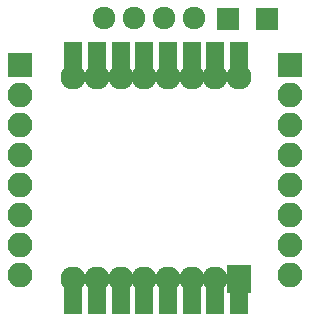
<source format=gbs>
G04 #@! TF.FileFunction,Soldermask,Bot*
%FSLAX46Y46*%
G04 Gerber Fmt 4.6, Leading zero omitted, Abs format (unit mm)*
G04 Created by KiCad (PCBNEW 4.0.4-stable) date 03/17/17 15:09:56*
%MOMM*%
%LPD*%
G01*
G04 APERTURE LIST*
%ADD10C,0.100000*%
%ADD11R,2.100000X2.100000*%
%ADD12O,2.100000X2.100000*%
%ADD13R,1.900000X1.900000*%
%ADD14C,1.924000*%
%ADD15R,1.600000X3.400000*%
%ADD16R,2.127200X2.400000*%
%ADD17C,2.127200*%
G04 APERTURE END LIST*
D10*
D11*
X147320000Y-88900000D03*
D12*
X147320000Y-91440000D03*
X147320000Y-93980000D03*
X147320000Y-96520000D03*
X147320000Y-99060000D03*
X147320000Y-101600000D03*
X147320000Y-104140000D03*
X147320000Y-106680000D03*
D11*
X124460000Y-88900000D03*
D12*
X124460000Y-91440000D03*
X124460000Y-93980000D03*
X124460000Y-96520000D03*
X124460000Y-99060000D03*
X124460000Y-101600000D03*
X124460000Y-104140000D03*
X124460000Y-106680000D03*
D13*
X145363200Y-85039200D03*
X142063200Y-85039200D03*
D14*
X131572000Y-84988400D03*
X134112000Y-84988400D03*
X136652000Y-84988400D03*
X139192000Y-84988400D03*
D15*
X143002000Y-108334000D03*
X141002000Y-108334000D03*
X139002000Y-108334000D03*
X137002000Y-108334000D03*
X135002000Y-108334000D03*
X133002000Y-108334000D03*
X131002000Y-108334000D03*
X129002000Y-108334000D03*
X129002000Y-88634000D03*
X131002000Y-88634000D03*
X133002000Y-88634000D03*
X135002000Y-88634000D03*
X137002000Y-88634000D03*
X139002000Y-88634000D03*
X141002000Y-88634000D03*
X143002000Y-88634000D03*
D16*
X143002000Y-107034000D03*
D17*
X141002000Y-107034000D03*
X139002000Y-107034000D03*
X137002000Y-107034000D03*
X135002000Y-107034000D03*
X133002000Y-107034000D03*
X131002000Y-107034000D03*
X129002000Y-107034000D03*
X129002000Y-89934000D03*
X131002000Y-89934000D03*
X133002000Y-89934000D03*
X135002000Y-89934000D03*
X137002000Y-89934000D03*
X139002000Y-89934000D03*
X141002000Y-89934000D03*
X143002000Y-89934000D03*
M02*

</source>
